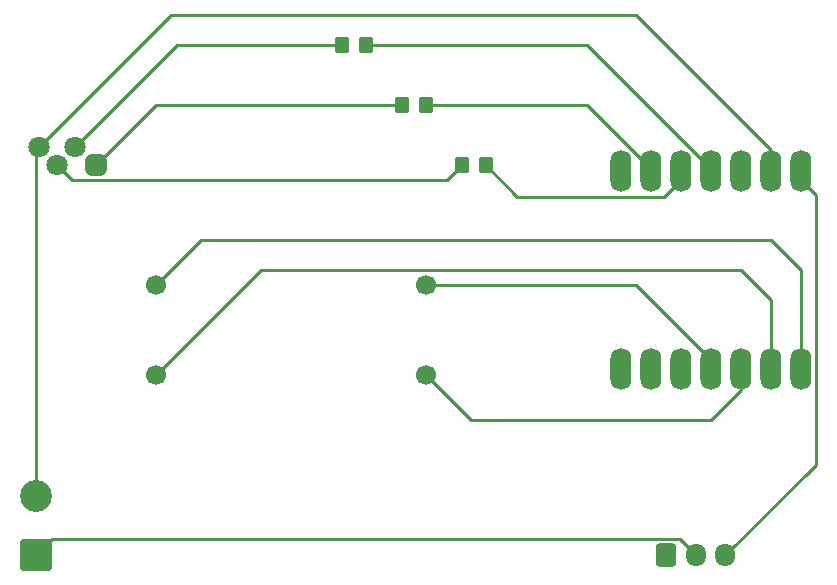
<source format=gbr>
%TF.GenerationSoftware,KiCad,Pcbnew,7.0.10*%
%TF.CreationDate,2024-02-04T14:41:23-08:00*%
%TF.ProjectId,514final,35313466-696e-4616-9c2e-6b696361645f,rev?*%
%TF.SameCoordinates,Original*%
%TF.FileFunction,Copper,L1,Top*%
%TF.FilePolarity,Positive*%
%FSLAX46Y46*%
G04 Gerber Fmt 4.6, Leading zero omitted, Abs format (unit mm)*
G04 Created by KiCad (PCBNEW 7.0.10) date 2024-02-04 14:41:23*
%MOMM*%
%LPD*%
G01*
G04 APERTURE LIST*
G04 Aperture macros list*
%AMRoundRect*
0 Rectangle with rounded corners*
0 $1 Rounding radius*
0 $2 $3 $4 $5 $6 $7 $8 $9 X,Y pos of 4 corners*
0 Add a 4 corners polygon primitive as box body*
4,1,4,$2,$3,$4,$5,$6,$7,$8,$9,$2,$3,0*
0 Add four circle primitives for the rounded corners*
1,1,$1+$1,$2,$3*
1,1,$1+$1,$4,$5*
1,1,$1+$1,$6,$7*
1,1,$1+$1,$8,$9*
0 Add four rect primitives between the rounded corners*
20,1,$1+$1,$2,$3,$4,$5,0*
20,1,$1+$1,$4,$5,$6,$7,0*
20,1,$1+$1,$6,$7,$8,$9,0*
20,1,$1+$1,$8,$9,$2,$3,0*%
G04 Aperture macros list end*
%TA.AperFunction,ComponentPad*%
%ADD10O,1.700000X1.950000*%
%TD*%
%TA.AperFunction,ComponentPad*%
%ADD11RoundRect,0.250000X-0.600000X-0.725000X0.600000X-0.725000X0.600000X0.725000X-0.600000X0.725000X0*%
%TD*%
%TA.AperFunction,SMDPad,CuDef*%
%ADD12RoundRect,0.250000X-0.350000X-0.450000X0.350000X-0.450000X0.350000X0.450000X-0.350000X0.450000X0*%
%TD*%
%TA.AperFunction,ComponentPad*%
%ADD13C,1.800000*%
%TD*%
%TA.AperFunction,ComponentPad*%
%ADD14RoundRect,0.450000X0.450000X0.450000X-0.450000X0.450000X-0.450000X-0.450000X0.450000X-0.450000X0*%
%TD*%
%TA.AperFunction,ComponentPad*%
%ADD15RoundRect,0.250001X1.099999X-1.099999X1.099999X1.099999X-1.099999X1.099999X-1.099999X-1.099999X0*%
%TD*%
%TA.AperFunction,ComponentPad*%
%ADD16C,2.700000*%
%TD*%
%TA.AperFunction,ComponentPad*%
%ADD17C,1.700000*%
%TD*%
%TA.AperFunction,ComponentPad*%
%ADD18O,1.778000X3.556000*%
%TD*%
%TA.AperFunction,Conductor*%
%ADD19C,0.254000*%
%TD*%
G04 APERTURE END LIST*
D10*
%TO.P,SW1,3,C*%
%TO.N,Net-(SW1-C)*%
X242530000Y-140970000D03*
%TO.P,SW1,2,B*%
%TO.N,Net-(BT1-+)*%
X240030000Y-140970000D03*
D11*
%TO.P,SW1,1,A*%
%TO.N,unconnected-(SW1-A-Pad1)*%
X237530000Y-140970000D03*
%TD*%
D12*
%TO.P,R1,1*%
%TO.N,Net-(D1-BA)*%
X220250000Y-107950000D03*
%TO.P,R1,2*%
%TO.N,Net-(U1-GPIO8_A9_D9_CIPO)*%
X222250000Y-107950000D03*
%TD*%
%TO.P,R3,2*%
%TO.N,Net-(U1-GPIO7_A8_D8_SCK)*%
X217170000Y-102870000D03*
%TO.P,R3,1*%
%TO.N,Net-(D1-RA)*%
X215170000Y-102870000D03*
%TD*%
%TO.P,R2,2*%
%TO.N,Net-(U1-GPIO9_A10_D10_COPI)*%
X212090000Y-97790000D03*
%TO.P,R2,1*%
%TO.N,Net-(D1-GA)*%
X210090000Y-97790000D03*
%TD*%
D13*
%TO.P,D1,4,K*%
%TO.N,Net-(BT1--)*%
X184404000Y-106426000D03*
%TO.P,D1,3,BA*%
%TO.N,Net-(D1-BA)*%
X185928000Y-107950000D03*
%TO.P,D1,2,GA*%
%TO.N,Net-(D1-GA)*%
X187452000Y-106426000D03*
D14*
%TO.P,D1,1,RA*%
%TO.N,Net-(D1-RA)*%
X189230000Y-107950000D03*
%TD*%
D15*
%TO.P,BT1,1,+*%
%TO.N,Net-(BT1-+)*%
X184150000Y-140970000D03*
D16*
%TO.P,BT1,2,-*%
%TO.N,Net-(BT1--)*%
X184150000Y-135970000D03*
%TD*%
D17*
%TO.P,M1,1*%
%TO.N,Net-(U1-GPIO1_A0_D0)*%
X194310000Y-118110000D03*
%TO.P,M1,2,-*%
%TO.N,Net-(M1--)*%
X194310000Y-125730000D03*
%TO.P,M1,3*%
%TO.N,Net-(U1-GPIO3_A2_D2)*%
X217170000Y-125730000D03*
%TO.P,M1,4*%
%TO.N,Net-(U1-GPIO4_A3_D3)*%
X217170000Y-118110000D03*
%TD*%
D18*
%TO.P,U1,1,GPIO1_A0_D0*%
%TO.N,Net-(U1-GPIO1_A0_D0)*%
X248920000Y-125222000D03*
%TO.P,U1,2,GPIO2_A1_D1*%
%TO.N,Net-(M1--)*%
X246380000Y-125222000D03*
%TO.P,U1,3,GPIO3_A2_D2*%
%TO.N,Net-(U1-GPIO3_A2_D2)*%
X243840000Y-125222000D03*
%TO.P,U1,4,GPIO4_A3_D3*%
%TO.N,Net-(U1-GPIO4_A3_D3)*%
X241300000Y-125222000D03*
%TO.P,U1,5,GPIO4_A3_D3_SDA*%
%TO.N,unconnected-(U1-GPIO4_A3_D3_SDA-Pad5)*%
X238760000Y-125222000D03*
%TO.P,U1,6,GPIO6_A5_D5_SCL*%
%TO.N,unconnected-(U1-GPIO6_A5_D5_SCL-Pad6)*%
X236220000Y-125222000D03*
%TO.P,U1,7,GPIO43_TX_D6*%
%TO.N,unconnected-(U1-GPIO43_TX_D6-Pad7)*%
X233680000Y-125222000D03*
%TO.P,U1,8,5V*%
%TO.N,Net-(SW1-C)*%
X248920000Y-108458000D03*
%TO.P,U1,9,GND*%
%TO.N,Net-(BT1--)*%
X246380000Y-108458000D03*
%TO.P,U1,10,3V3*%
%TO.N,unconnected-(U1-3V3-Pad10)*%
X243840000Y-108458000D03*
%TO.P,U1,11,GPIO9_A10_D10_COPI*%
%TO.N,Net-(U1-GPIO9_A10_D10_COPI)*%
X241300000Y-108458000D03*
%TO.P,U1,12,GPIO8_A9_D9_CIPO*%
%TO.N,Net-(U1-GPIO8_A9_D9_CIPO)*%
X238760000Y-108458000D03*
%TO.P,U1,13,GPIO7_A8_D8_SCK*%
%TO.N,Net-(U1-GPIO7_A8_D8_SCK)*%
X236220000Y-108458000D03*
%TO.P,U1,14,GPIO44_D7_RX*%
%TO.N,unconnected-(U1-GPIO44_D7_RX-Pad14)*%
X233680000Y-108458000D03*
%TD*%
D19*
%TO.N,Net-(M1--)*%
X203200000Y-116840000D02*
X243840000Y-116840000D01*
X246380000Y-119380000D02*
X246380000Y-124460000D01*
X243840000Y-116840000D02*
X246380000Y-119380000D01*
X194310000Y-125730000D02*
X203200000Y-116840000D01*
%TO.N,Net-(BT1-+)*%
X238674000Y-139614000D02*
X240030000Y-140970000D01*
X185506000Y-139614000D02*
X238674000Y-139614000D01*
X184150000Y-140970000D02*
X185506000Y-139614000D01*
%TO.N,Net-(U1-GPIO7_A8_D8_SCK)*%
X217170000Y-102870000D02*
X230777051Y-102870000D01*
X230777051Y-102870000D02*
X236220000Y-108312949D01*
X236220000Y-108312949D02*
X236220000Y-109220000D01*
%TO.N,Net-(D1-RA)*%
X215170000Y-102870000D02*
X194310000Y-102870000D01*
X194310000Y-102870000D02*
X189230000Y-107950000D01*
%TO.N,Net-(U1-GPIO8_A9_D9_CIPO)*%
X222250000Y-107950000D02*
X224917000Y-110617000D01*
X224917000Y-110617000D02*
X237363000Y-110617000D01*
X237363000Y-110617000D02*
X238760000Y-109220000D01*
%TO.N,Net-(D1-BA)*%
X185928000Y-107950000D02*
X187209000Y-109231000D01*
X218969000Y-109231000D02*
X220250000Y-107950000D01*
X187209000Y-109231000D02*
X218969000Y-109231000D01*
%TO.N,Net-(BT1--)*%
X195580000Y-95250000D02*
X234950000Y-95250000D01*
X184404000Y-106426000D02*
X195580000Y-95250000D01*
X234950000Y-95250000D02*
X246380000Y-106680000D01*
X246380000Y-106680000D02*
X246380000Y-109220000D01*
X184150000Y-135970000D02*
X184150000Y-106680000D01*
X184150000Y-106680000D02*
X184404000Y-106426000D01*
%TO.N,Net-(U1-GPIO9_A10_D10_COPI)*%
X212090000Y-97790000D02*
X230777051Y-97790000D01*
X230777051Y-97790000D02*
X241300000Y-108312949D01*
X241300000Y-108312949D02*
X241300000Y-109220000D01*
%TO.N,Net-(D1-GA)*%
X187452000Y-106426000D02*
X196088000Y-97790000D01*
X196088000Y-97790000D02*
X210090000Y-97790000D01*
%TO.N,Net-(SW1-C)*%
X250190000Y-110490000D02*
X250190000Y-133310000D01*
X248920000Y-109220000D02*
X250190000Y-110490000D01*
X250190000Y-133310000D02*
X242530000Y-140970000D01*
%TO.N,Net-(U1-GPIO1_A0_D0)*%
X246380000Y-114300000D02*
X248920000Y-116840000D01*
X198120000Y-114300000D02*
X246380000Y-114300000D01*
X194310000Y-118110000D02*
X198120000Y-114300000D01*
X248920000Y-116840000D02*
X248920000Y-124460000D01*
%TO.N,Net-(U1-GPIO3_A2_D2)*%
X243840000Y-127000000D02*
X243840000Y-124460000D01*
X217170000Y-125730000D02*
X220980000Y-129540000D01*
X220980000Y-129540000D02*
X241300000Y-129540000D01*
X241300000Y-129540000D02*
X243840000Y-127000000D01*
%TO.N,Net-(U1-GPIO4_A3_D3)*%
X217170000Y-118110000D02*
X234950000Y-118110000D01*
X234950000Y-118110000D02*
X241300000Y-124460000D01*
%TO.N,Net-(SW1-C)*%
X248920000Y-109220000D02*
X248920000Y-109347000D01*
%TD*%
M02*

</source>
